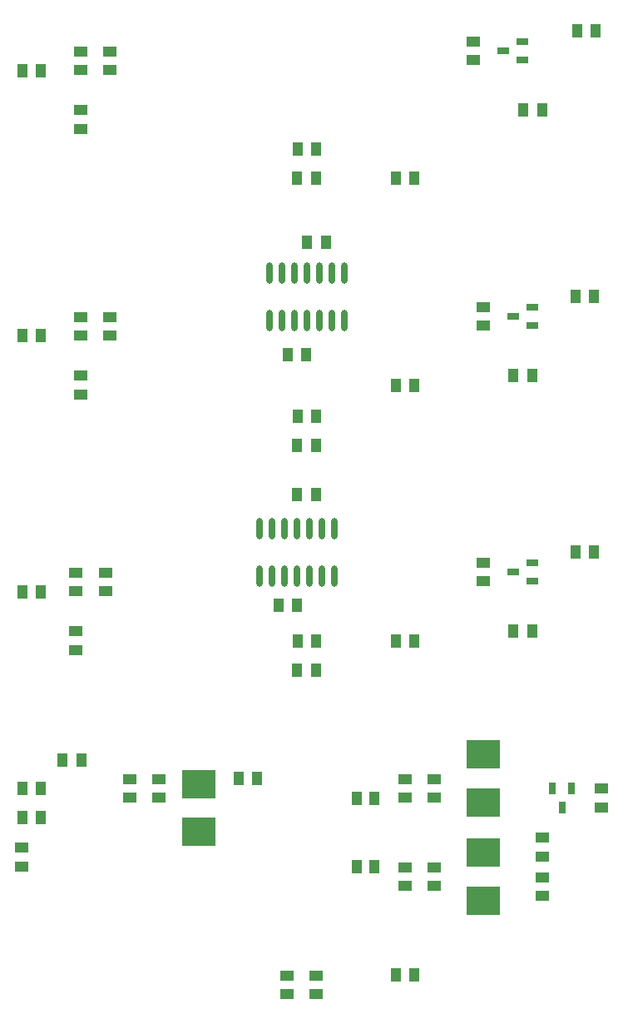
<source format=gbp>
G04 Layer_Color=128*
%FSLAX44Y44*%
%MOMM*%
G71*
G01*
G75*
%ADD24R,1.0000X1.4000*%
%ADD25R,1.4000X1.0000*%
%ADD26R,1.0500X1.4500*%
%ADD27R,1.4500X1.0500*%
%ADD28R,3.4000X2.8500*%
%ADD29R,1.1000X1.4500*%
%ADD30R,1.4500X1.1000*%
%ADD31R,1.1500X0.8000*%
%ADD32R,0.8000X1.1500*%
%ADD33O,0.6000X2.2000*%
D24*
X820500Y1359000D02*
D03*
X801500D02*
D03*
X779500Y1530000D02*
D03*
X760500D02*
D03*
X779500Y1790000D02*
D03*
X760500D02*
D03*
X779500Y2060000D02*
D03*
X760500D02*
D03*
X1260500Y1750000D02*
D03*
X1279500D02*
D03*
X1323500Y1830000D02*
D03*
X1342500D02*
D03*
X1289500Y2020000D02*
D03*
X1270500D02*
D03*
X1325500Y2100000D02*
D03*
X1344500D02*
D03*
X1342500Y1570000D02*
D03*
X1323500D02*
D03*
X1279500Y1490000D02*
D03*
X1260500D02*
D03*
D25*
X760000Y1250500D02*
D03*
Y1269500D02*
D03*
X815000Y1470500D02*
D03*
Y1489500D02*
D03*
X820000Y1730500D02*
D03*
Y1749500D02*
D03*
Y2000500D02*
D03*
Y2019500D02*
D03*
X1230000Y1819500D02*
D03*
Y1800500D02*
D03*
Y1559500D02*
D03*
Y1540500D02*
D03*
X1350000Y1329500D02*
D03*
Y1310500D02*
D03*
X1290000Y1279500D02*
D03*
Y1260500D02*
D03*
Y1239500D02*
D03*
Y1220500D02*
D03*
X1220000Y2070500D02*
D03*
Y2089500D02*
D03*
D26*
X1140750Y1140000D02*
D03*
X1159250D02*
D03*
X1119250Y1250000D02*
D03*
Y1320000D02*
D03*
X1100750D02*
D03*
Y1250000D02*
D03*
X999250Y1340000D02*
D03*
X980750D02*
D03*
X1140750Y1480000D02*
D03*
X1159250D02*
D03*
X1059250Y1480000D02*
D03*
X1040750D02*
D03*
X1159250Y1740000D02*
D03*
X1140750D02*
D03*
X1059250Y1708000D02*
D03*
X1040750D02*
D03*
X1159250Y1950000D02*
D03*
X1140750D02*
D03*
X1059250Y1980000D02*
D03*
X1040750D02*
D03*
X760750Y1330000D02*
D03*
Y1300000D02*
D03*
X779250D02*
D03*
Y1330000D02*
D03*
D27*
X1030000Y1120750D02*
D03*
Y1139250D02*
D03*
X845000Y1530750D02*
D03*
X815000D02*
D03*
Y1549250D02*
D03*
X845000D02*
D03*
X850000Y1790750D02*
D03*
Y1809250D02*
D03*
X820000D02*
D03*
Y1790750D02*
D03*
Y2060750D02*
D03*
Y2079250D02*
D03*
X850000D02*
D03*
Y2060750D02*
D03*
D28*
X1230000Y1215750D02*
D03*
Y1264250D02*
D03*
Y1315750D02*
D03*
Y1364250D02*
D03*
X940000Y1334250D02*
D03*
Y1285750D02*
D03*
D29*
X1040500Y1450000D02*
D03*
X1059500D02*
D03*
X1040500Y1516000D02*
D03*
X1021500D02*
D03*
X1040500Y1629000D02*
D03*
X1059500D02*
D03*
Y1679000D02*
D03*
X1040500D02*
D03*
X1049500Y1771000D02*
D03*
X1030500D02*
D03*
X1069500Y1885000D02*
D03*
X1059500Y1950000D02*
D03*
X1040500D02*
D03*
X1050500Y1885000D02*
D03*
D30*
X1060000Y1120500D02*
D03*
Y1139500D02*
D03*
X1150000Y1230500D02*
D03*
X1180000D02*
D03*
Y1249500D02*
D03*
Y1320500D02*
D03*
Y1339500D02*
D03*
X1150000D02*
D03*
Y1320500D02*
D03*
Y1249500D02*
D03*
X900000Y1339500D02*
D03*
Y1320500D02*
D03*
X870000Y1339500D02*
D03*
Y1320500D02*
D03*
D31*
X1280000Y1540500D02*
D03*
Y1559500D02*
D03*
X1260000Y1550000D02*
D03*
X1280000Y1800500D02*
D03*
Y1819500D02*
D03*
X1260000Y1810000D02*
D03*
X1270000Y2070500D02*
D03*
X1250000Y2080000D02*
D03*
X1270000Y2089500D02*
D03*
D32*
X1310000Y1310000D02*
D03*
X1319500Y1330000D02*
D03*
X1300500D02*
D03*
D33*
X1078100Y1546000D02*
D03*
Y1594000D02*
D03*
X1065400D02*
D03*
X1052700D02*
D03*
X1040000D02*
D03*
X1027300D02*
D03*
Y1546000D02*
D03*
X1040000D02*
D03*
X1052700D02*
D03*
X1065400D02*
D03*
X1014600Y1594000D02*
D03*
X1001900D02*
D03*
Y1546000D02*
D03*
X1014600D02*
D03*
X1075400Y1806000D02*
D03*
X1088100D02*
D03*
Y1854000D02*
D03*
X1075400D02*
D03*
X1062700D02*
D03*
X1050000D02*
D03*
X1037300D02*
D03*
X1024600D02*
D03*
Y1806000D02*
D03*
X1037300D02*
D03*
X1050000D02*
D03*
X1062700D02*
D03*
X1011900Y1854000D02*
D03*
Y1806000D02*
D03*
M02*

</source>
